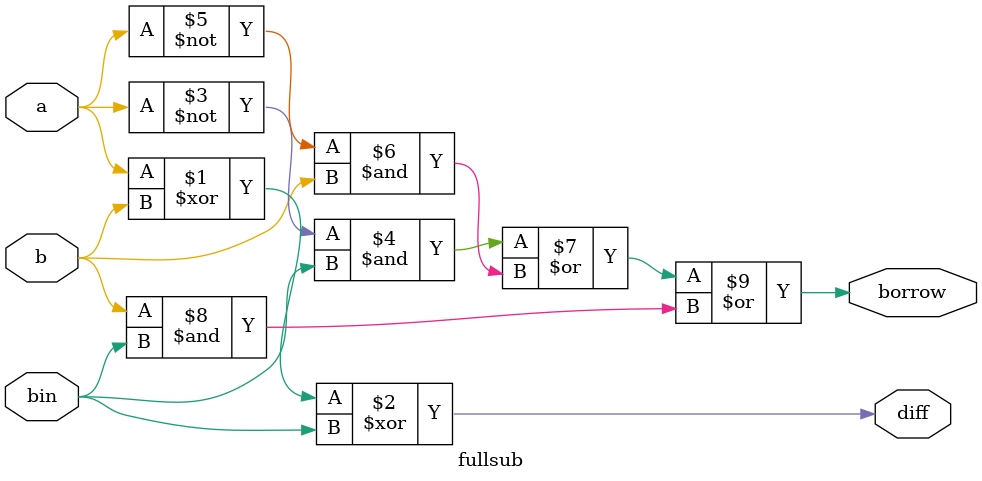
<source format=v>
module fullsub
(
   input wire a,b,bin,
   output wire diff,borrow
);

assign diff=a^b^bin;
assign borrow=(~a&bin)|(~a&b)|(b&bin);
endmodule


</source>
